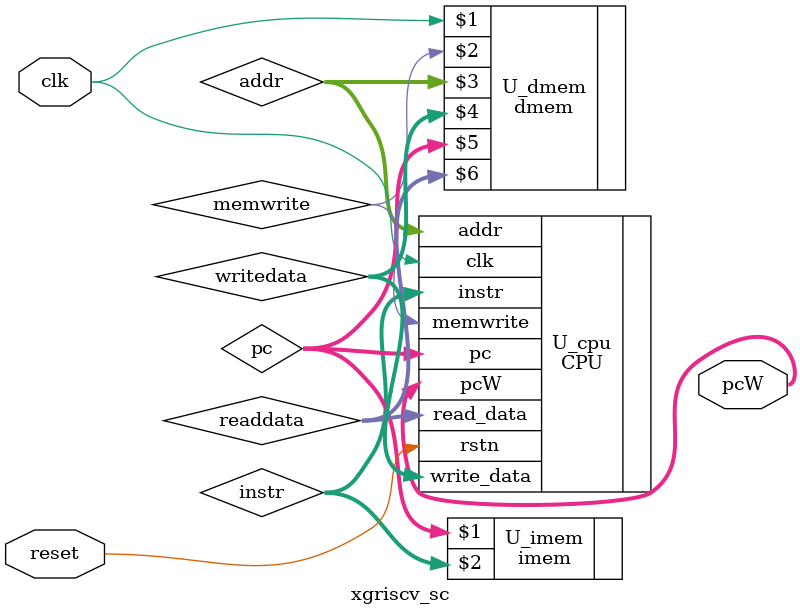
<source format=v>

`include "xgriscv_defines.v"
module xgriscv_sc(clk, reset, pcW);
  input             clk, reset;
  output [31:0]     pcW;
  
  wire [31:0] instr;
  wire [31:0] pc;
  wire        memwrite;
  wire [31:0] addr,writedata,readdata;
  //实例化CPU
  CPU U_cpu (
    .clk(clk),
    .rstn(reset),
    .instr(instr),
    .read_data(readdata),
    .memwrite(memwrite),
    .pc(pc),
    .addr(addr),
    .write_data(writedata),
    .pcW(pcW)
  );

  imem U_imem(pc, instr);

  dmem U_dmem(clk, memwrite, addr, writedata, pc, readdata);
  
  
endmodule

</source>
